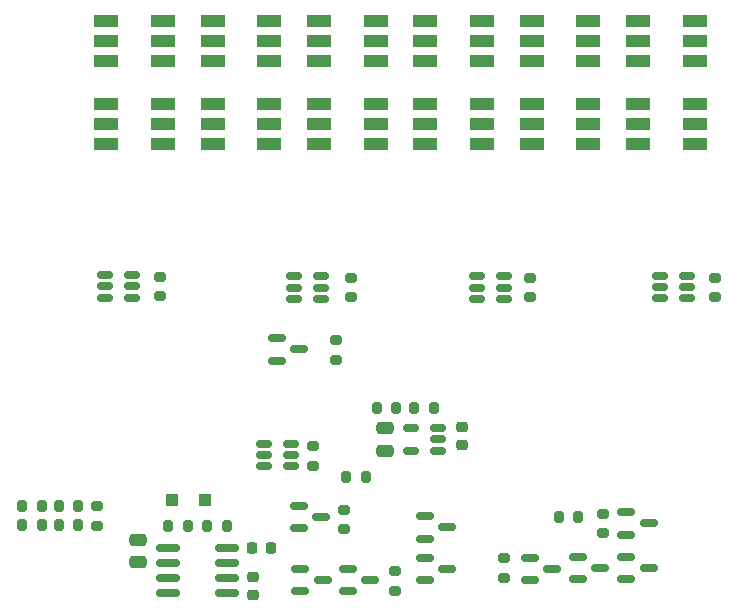
<source format=gbr>
%TF.GenerationSoftware,KiCad,Pcbnew,7.0.11-rc3*%
%TF.CreationDate,2025-03-16T23:28:45+08:00*%
%TF.ProjectId,mainhoop-light,6d61696e-686f-46f7-902d-6c696768742e,rev?*%
%TF.SameCoordinates,Original*%
%TF.FileFunction,Paste,Top*%
%TF.FilePolarity,Positive*%
%FSLAX46Y46*%
G04 Gerber Fmt 4.6, Leading zero omitted, Abs format (unit mm)*
G04 Created by KiCad (PCBNEW 7.0.11-rc3) date 2025-03-16 23:28:45*
%MOMM*%
%LPD*%
G01*
G04 APERTURE LIST*
G04 Aperture macros list*
%AMRoundRect*
0 Rectangle with rounded corners*
0 $1 Rounding radius*
0 $2 $3 $4 $5 $6 $7 $8 $9 X,Y pos of 4 corners*
0 Add a 4 corners polygon primitive as box body*
4,1,4,$2,$3,$4,$5,$6,$7,$8,$9,$2,$3,0*
0 Add four circle primitives for the rounded corners*
1,1,$1+$1,$2,$3*
1,1,$1+$1,$4,$5*
1,1,$1+$1,$6,$7*
1,1,$1+$1,$8,$9*
0 Add four rect primitives between the rounded corners*
20,1,$1+$1,$2,$3,$4,$5,0*
20,1,$1+$1,$4,$5,$6,$7,0*
20,1,$1+$1,$6,$7,$8,$9,0*
20,1,$1+$1,$8,$9,$2,$3,0*%
G04 Aperture macros list end*
%ADD10RoundRect,0.150000X-0.512500X-0.150000X0.512500X-0.150000X0.512500X0.150000X-0.512500X0.150000X0*%
%ADD11RoundRect,0.200000X0.200000X0.275000X-0.200000X0.275000X-0.200000X-0.275000X0.200000X-0.275000X0*%
%ADD12R,2.000000X1.100000*%
%ADD13RoundRect,0.200000X0.275000X-0.200000X0.275000X0.200000X-0.275000X0.200000X-0.275000X-0.200000X0*%
%ADD14RoundRect,0.200000X-0.200000X-0.275000X0.200000X-0.275000X0.200000X0.275000X-0.200000X0.275000X0*%
%ADD15RoundRect,0.150000X-0.587500X-0.150000X0.587500X-0.150000X0.587500X0.150000X-0.587500X0.150000X0*%
%ADD16RoundRect,0.150000X0.512500X0.150000X-0.512500X0.150000X-0.512500X-0.150000X0.512500X-0.150000X0*%
%ADD17RoundRect,0.200000X-0.275000X0.200000X-0.275000X-0.200000X0.275000X-0.200000X0.275000X0.200000X0*%
%ADD18RoundRect,0.250000X-0.300000X-0.300000X0.300000X-0.300000X0.300000X0.300000X-0.300000X0.300000X0*%
%ADD19RoundRect,0.250000X0.475000X-0.250000X0.475000X0.250000X-0.475000X0.250000X-0.475000X-0.250000X0*%
%ADD20RoundRect,0.150000X-0.825000X-0.150000X0.825000X-0.150000X0.825000X0.150000X-0.825000X0.150000X0*%
%ADD21RoundRect,0.225000X0.250000X-0.225000X0.250000X0.225000X-0.250000X0.225000X-0.250000X-0.225000X0*%
%ADD22RoundRect,0.225000X-0.250000X0.225000X-0.250000X-0.225000X0.250000X-0.225000X0.250000X0.225000X0*%
%ADD23RoundRect,0.225000X-0.225000X-0.250000X0.225000X-0.250000X0.225000X0.250000X-0.225000X0.250000X0*%
G04 APERTURE END LIST*
D10*
%TO.C,IC4*%
X105450000Y-60100000D03*
X105450000Y-61050000D03*
X105450000Y-62000000D03*
X107725000Y-62000000D03*
X107725000Y-61050000D03*
X107725000Y-60100000D03*
%TD*%
D11*
%TO.C,R20*%
X81000000Y-81200000D03*
X79350000Y-81200000D03*
%TD*%
D12*
%TO.C,D23*%
X119100000Y-45500000D03*
X119100000Y-47200000D03*
X119100000Y-48900000D03*
X123900000Y-48900000D03*
X123900000Y-47200000D03*
X123900000Y-45500000D03*
%TD*%
D13*
%TO.C,R19*%
X93500000Y-67150000D03*
X93500000Y-65500000D03*
%TD*%
%TO.C,R18*%
X116100000Y-81825000D03*
X116100000Y-80175000D03*
%TD*%
D14*
%TO.C,R4*%
X112375000Y-80500000D03*
X114025000Y-80500000D03*
%TD*%
D15*
%TO.C,Q4*%
X90525000Y-84875000D03*
X90525000Y-86775000D03*
X92400000Y-85825000D03*
%TD*%
%TO.C,Q2*%
X88500000Y-65325000D03*
X88500000Y-67225000D03*
X90375000Y-66275000D03*
%TD*%
D11*
%TO.C,R13*%
X68625000Y-81125000D03*
X66975000Y-81125000D03*
%TD*%
D16*
%TO.C,U1*%
X102137500Y-74850000D03*
X102137500Y-73900000D03*
X102137500Y-72950000D03*
X99862500Y-72950000D03*
X99862500Y-74850000D03*
%TD*%
D11*
%TO.C,R12*%
X71725000Y-79525000D03*
X70075000Y-79525000D03*
%TD*%
D12*
%TO.C,D2*%
X83100000Y-38500000D03*
X83100000Y-40200000D03*
X83100000Y-41900000D03*
X87900000Y-41900000D03*
X87900000Y-40200000D03*
X87900000Y-38500000D03*
%TD*%
D17*
%TO.C,R7*%
X125587500Y-60225000D03*
X125587500Y-61875000D03*
%TD*%
D12*
%TO.C,D21*%
X110100000Y-45500000D03*
X110100000Y-47200000D03*
X110100000Y-48900000D03*
X114900000Y-48900000D03*
X114900000Y-47200000D03*
X114900000Y-45500000D03*
%TD*%
%TO.C,D6*%
X119100000Y-38500000D03*
X119100000Y-40200000D03*
X119100000Y-41900000D03*
X123900000Y-41900000D03*
X123900000Y-40200000D03*
X123900000Y-38500000D03*
%TD*%
D10*
%TO.C,IC1*%
X87462500Y-74250000D03*
X87462500Y-75200000D03*
X87462500Y-76150000D03*
X89737500Y-76150000D03*
X89737500Y-75200000D03*
X89737500Y-74250000D03*
%TD*%
%TO.C,IC6*%
X120950000Y-60050000D03*
X120950000Y-61000000D03*
X120950000Y-61950000D03*
X123225000Y-61950000D03*
X123225000Y-61000000D03*
X123225000Y-60050000D03*
%TD*%
D12*
%TO.C,D5*%
X110100000Y-38500000D03*
X110100000Y-40200000D03*
X110100000Y-41900000D03*
X114900000Y-41900000D03*
X114900000Y-40200000D03*
X114900000Y-38500000D03*
%TD*%
D11*
%TO.C,R5*%
X96050000Y-77100000D03*
X94400000Y-77100000D03*
%TD*%
D15*
%TO.C,Q1*%
X94525000Y-84875000D03*
X94525000Y-86775000D03*
X96400000Y-85825000D03*
%TD*%
%TO.C,Q9*%
X109950000Y-83900000D03*
X109950000Y-85800000D03*
X111825000Y-84850000D03*
%TD*%
D12*
%TO.C,D15*%
X83100000Y-45500000D03*
X83100000Y-47200000D03*
X83100000Y-48900000D03*
X87900000Y-48900000D03*
X87900000Y-47200000D03*
X87900000Y-45500000D03*
%TD*%
D15*
%TO.C,Q11*%
X118125000Y-83850000D03*
X118125000Y-85750000D03*
X120000000Y-84800000D03*
%TD*%
%TO.C,Q10*%
X118125000Y-80050000D03*
X118125000Y-81950000D03*
X120000000Y-81000000D03*
%TD*%
D17*
%TO.C,R8*%
X109992500Y-60225000D03*
X109992500Y-61875000D03*
%TD*%
%TO.C,R10*%
X78637500Y-60125000D03*
X78637500Y-61775000D03*
%TD*%
D13*
%TO.C,R17*%
X107800000Y-85625000D03*
X107800000Y-83975000D03*
%TD*%
D12*
%TO.C,D13*%
X74100000Y-45500000D03*
X74100000Y-47200000D03*
X74100000Y-48900000D03*
X78900000Y-48900000D03*
X78900000Y-47200000D03*
X78900000Y-45500000D03*
%TD*%
D14*
%TO.C,R11*%
X66975000Y-79525000D03*
X68625000Y-79525000D03*
%TD*%
D12*
%TO.C,D3*%
X92100000Y-38500000D03*
X92100000Y-40200000D03*
X92100000Y-41900000D03*
X96900000Y-41900000D03*
X96900000Y-40200000D03*
X96900000Y-38500000D03*
%TD*%
D13*
%TO.C,R6*%
X94200000Y-81500000D03*
X94200000Y-79850000D03*
%TD*%
D11*
%TO.C,R2*%
X101825000Y-71200000D03*
X100175000Y-71200000D03*
%TD*%
D15*
%TO.C,Q8*%
X114025000Y-83850000D03*
X114025000Y-85750000D03*
X115900000Y-84800000D03*
%TD*%
D11*
%TO.C,R21*%
X84300000Y-81200000D03*
X82650000Y-81200000D03*
%TD*%
D15*
%TO.C,Q6*%
X101033979Y-80390412D03*
X101033979Y-82290412D03*
X102908979Y-81340412D03*
%TD*%
D14*
%TO.C,R15*%
X70075000Y-81125000D03*
X71725000Y-81125000D03*
%TD*%
D18*
%TO.C,D25*%
X79675000Y-79000000D03*
X82475000Y-79000000D03*
%TD*%
D19*
%TO.C,C2*%
X97700000Y-74850000D03*
X97700000Y-72950000D03*
%TD*%
D20*
%TO.C,U2*%
X79325000Y-83115000D03*
X79325000Y-84385000D03*
X79325000Y-85655000D03*
X79325000Y-86925000D03*
X84275000Y-86925000D03*
X84275000Y-85655000D03*
X84275000Y-84385000D03*
X84275000Y-83115000D03*
%TD*%
D12*
%TO.C,D1*%
X74100000Y-38500000D03*
X74100000Y-40200000D03*
X74100000Y-41900000D03*
X78900000Y-41900000D03*
X78900000Y-40200000D03*
X78900000Y-38500000D03*
%TD*%
D10*
%TO.C,IC3*%
X74000000Y-60000000D03*
X74000000Y-60950000D03*
X74000000Y-61900000D03*
X76275000Y-61900000D03*
X76275000Y-60950000D03*
X76275000Y-60000000D03*
%TD*%
D12*
%TO.C,D4*%
X101100000Y-38500000D03*
X101100000Y-40200000D03*
X101100000Y-41900000D03*
X105900000Y-41900000D03*
X105900000Y-40200000D03*
X105900000Y-38500000D03*
%TD*%
D19*
%TO.C,C5*%
X76750000Y-84287500D03*
X76750000Y-82387500D03*
%TD*%
D14*
%TO.C,R3*%
X96975000Y-71200000D03*
X98625000Y-71200000D03*
%TD*%
D13*
%TO.C,R14*%
X91600000Y-76125000D03*
X91600000Y-74475000D03*
%TD*%
D21*
%TO.C,C4*%
X86550000Y-87075000D03*
X86550000Y-85525000D03*
%TD*%
D13*
%TO.C,R16*%
X73300000Y-81225000D03*
X73300000Y-79575000D03*
%TD*%
D17*
%TO.C,R9*%
X94775000Y-60225000D03*
X94775000Y-61875000D03*
%TD*%
D22*
%TO.C,C1*%
X104200000Y-72825000D03*
X104200000Y-74375000D03*
%TD*%
D12*
%TO.C,D17*%
X92100000Y-45500000D03*
X92100000Y-47200000D03*
X92100000Y-48900000D03*
X96900000Y-48900000D03*
X96900000Y-47200000D03*
X96900000Y-45500000D03*
%TD*%
%TO.C,D19*%
X101100000Y-45500000D03*
X101100000Y-47200000D03*
X101100000Y-48900000D03*
X105900000Y-48900000D03*
X105900000Y-47200000D03*
X105900000Y-45500000D03*
%TD*%
D15*
%TO.C,Q5*%
X101083979Y-83935412D03*
X101083979Y-85835412D03*
X102958979Y-84885412D03*
%TD*%
%TO.C,Q3*%
X90400000Y-79500000D03*
X90400000Y-81400000D03*
X92275000Y-80450000D03*
%TD*%
D23*
%TO.C,C3*%
X86450000Y-83087500D03*
X88000000Y-83087500D03*
%TD*%
D10*
%TO.C,IC5*%
X90000000Y-60100000D03*
X90000000Y-61050000D03*
X90000000Y-62000000D03*
X92275000Y-62000000D03*
X92275000Y-61050000D03*
X92275000Y-60100000D03*
%TD*%
D17*
%TO.C,R1*%
X98500000Y-85075000D03*
X98500000Y-86725000D03*
%TD*%
M02*

</source>
